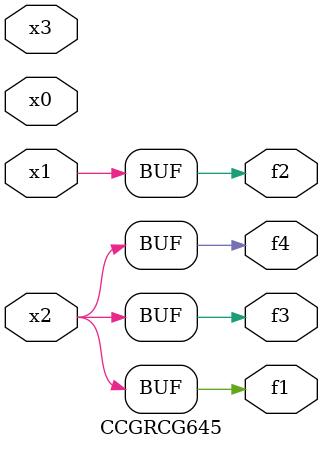
<source format=v>
module CCGRCG645(
	input x0, x1, x2, x3,
	output f1, f2, f3, f4
);
	assign f1 = x2;
	assign f2 = x1;
	assign f3 = x2;
	assign f4 = x2;
endmodule

</source>
